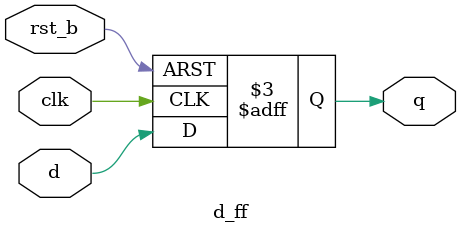
<source format=v>
module d_ff(
    input clk, rst_b,
    input d,
    output reg q
);

    always @ (posedge clk, negedge rst_b) begin
        if ( !rst_b ) begin
            q <= 0;
        end else begin
            q <= d;
        end
    end

endmodule
</source>
